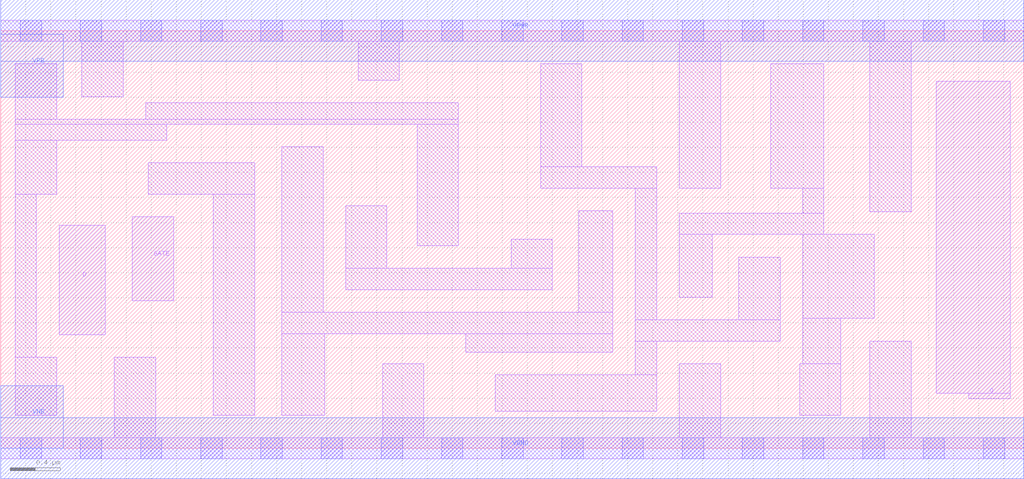
<source format=lef>
# Copyright 2020 The SkyWater PDK Authors
#
# Licensed under the Apache License, Version 2.0 (the "License");
# you may not use this file except in compliance with the License.
# You may obtain a copy of the License at
#
#     https://www.apache.org/licenses/LICENSE-2.0
#
# Unless required by applicable law or agreed to in writing, software
# distributed under the License is distributed on an "AS IS" BASIS,
# WITHOUT WARRANTIES OR CONDITIONS OF ANY KIND, either express or implied.
# See the License for the specific language governing permissions and
# limitations under the License.
#
# SPDX-License-Identifier: Apache-2.0

VERSION 5.5 ;
NAMESCASESENSITIVE ON ;
BUSBITCHARS "[]" ;
DIVIDERCHAR "/" ;
MACRO sky130_fd_sc_lp__dlxtp_lp2
  CLASS CORE ;
  SOURCE USER ;
  ORIGIN  0.000000  0.000000 ;
  SIZE  8.160000 BY  3.330000 ;
  SYMMETRY X Y R90 ;
  SITE unit ;
  PIN D
    ANTENNAGATEAREA  0.376000 ;
    DIRECTION INPUT ;
    USE SIGNAL ;
    PORT
      LAYER li1 ;
        RECT 0.465000 0.905000 0.835000 1.780000 ;
    END
  END D
  PIN Q
    ANTENNADIFFAREA  0.402600 ;
    DIRECTION OUTPUT ;
    USE SIGNAL ;
    PORT
      LAYER li1 ;
        RECT 7.460000 0.440000 8.050000 2.925000 ;
        RECT 7.720000 0.395000 8.050000 0.440000 ;
    END
  END Q
  PIN GATE
    ANTENNAGATEAREA  0.376000 ;
    DIRECTION INPUT ;
    USE CLOCK ;
    PORT
      LAYER li1 ;
        RECT 1.050000 1.175000 1.380000 1.845000 ;
    END
  END GATE
  PIN VGND
    DIRECTION INOUT ;
    USE GROUND ;
    PORT
      LAYER met1 ;
        RECT 0.000000 -0.245000 8.160000 0.245000 ;
    END
  END VGND
  PIN VNB
    DIRECTION INOUT ;
    USE GROUND ;
    PORT
      LAYER met1 ;
        RECT 0.000000 0.000000 0.500000 0.500000 ;
    END
  END VNB
  PIN VPB
    DIRECTION INOUT ;
    USE POWER ;
    PORT
      LAYER met1 ;
        RECT 0.000000 2.800000 0.500000 3.300000 ;
    END
  END VPB
  PIN VPWR
    DIRECTION INOUT ;
    USE POWER ;
    PORT
      LAYER met1 ;
        RECT 0.000000 3.085000 8.160000 3.575000 ;
    END
  END VPWR
  OBS
    LAYER li1 ;
      RECT 0.000000 -0.085000 8.160000 0.085000 ;
      RECT 0.000000  3.245000 8.160000 3.415000 ;
      RECT 0.115000  0.265000 0.445000 0.725000 ;
      RECT 0.115000  0.725000 0.285000 2.025000 ;
      RECT 0.115000  2.025000 0.445000 2.455000 ;
      RECT 0.115000  2.455000 1.325000 2.585000 ;
      RECT 0.115000  2.585000 3.650000 2.625000 ;
      RECT 0.115000  2.625000 0.445000 3.065000 ;
      RECT 0.645000  2.805000 0.975000 3.245000 ;
      RECT 0.905000  0.085000 1.235000 0.725000 ;
      RECT 1.155000  2.625000 3.650000 2.755000 ;
      RECT 1.175000  2.025000 2.025000 2.275000 ;
      RECT 1.695000  0.265000 2.025000 2.025000 ;
      RECT 2.240000  0.265000 2.585000 0.915000 ;
      RECT 2.240000  0.915000 4.880000 1.085000 ;
      RECT 2.240000  1.085000 2.570000 2.405000 ;
      RECT 2.750000  1.265000 4.400000 1.435000 ;
      RECT 2.750000  1.435000 3.080000 1.935000 ;
      RECT 2.850000  2.935000 3.180000 3.245000 ;
      RECT 3.045000  0.085000 3.375000 0.675000 ;
      RECT 3.320000  1.615000 3.650000 2.585000 ;
      RECT 3.710000  0.765000 4.880000 0.915000 ;
      RECT 3.945000  0.295000 5.230000 0.585000 ;
      RECT 4.070000  1.435000 4.400000 1.665000 ;
      RECT 4.305000  2.075000 5.230000 2.245000 ;
      RECT 4.305000  2.245000 4.635000 3.065000 ;
      RECT 4.610000  1.085000 4.880000 1.895000 ;
      RECT 5.060000  0.585000 5.230000 0.855000 ;
      RECT 5.060000  0.855000 6.215000 1.025000 ;
      RECT 5.060000  1.025000 5.230000 2.075000 ;
      RECT 5.410000  0.085000 5.740000 0.675000 ;
      RECT 5.410000  1.205000 5.675000 1.705000 ;
      RECT 5.410000  1.705000 6.565000 1.875000 ;
      RECT 5.410000  2.075000 5.740000 3.245000 ;
      RECT 5.885000  1.025000 6.215000 1.525000 ;
      RECT 6.140000  2.075000 6.565000 3.065000 ;
      RECT 6.370000  0.265000 6.700000 0.675000 ;
      RECT 6.395000  0.675000 6.700000 1.035000 ;
      RECT 6.395000  1.035000 6.965000 1.705000 ;
      RECT 6.395000  1.875000 6.565000 2.075000 ;
      RECT 6.930000  0.085000 7.260000 0.855000 ;
      RECT 6.930000  1.885000 7.260000 3.245000 ;
    LAYER mcon ;
      RECT 0.155000 -0.085000 0.325000 0.085000 ;
      RECT 0.155000  3.245000 0.325000 3.415000 ;
      RECT 0.635000 -0.085000 0.805000 0.085000 ;
      RECT 0.635000  3.245000 0.805000 3.415000 ;
      RECT 1.115000 -0.085000 1.285000 0.085000 ;
      RECT 1.115000  3.245000 1.285000 3.415000 ;
      RECT 1.595000 -0.085000 1.765000 0.085000 ;
      RECT 1.595000  3.245000 1.765000 3.415000 ;
      RECT 2.075000 -0.085000 2.245000 0.085000 ;
      RECT 2.075000  3.245000 2.245000 3.415000 ;
      RECT 2.555000 -0.085000 2.725000 0.085000 ;
      RECT 2.555000  3.245000 2.725000 3.415000 ;
      RECT 3.035000 -0.085000 3.205000 0.085000 ;
      RECT 3.035000  3.245000 3.205000 3.415000 ;
      RECT 3.515000 -0.085000 3.685000 0.085000 ;
      RECT 3.515000  3.245000 3.685000 3.415000 ;
      RECT 3.995000 -0.085000 4.165000 0.085000 ;
      RECT 3.995000  3.245000 4.165000 3.415000 ;
      RECT 4.475000 -0.085000 4.645000 0.085000 ;
      RECT 4.475000  3.245000 4.645000 3.415000 ;
      RECT 4.955000 -0.085000 5.125000 0.085000 ;
      RECT 4.955000  3.245000 5.125000 3.415000 ;
      RECT 5.435000 -0.085000 5.605000 0.085000 ;
      RECT 5.435000  3.245000 5.605000 3.415000 ;
      RECT 5.915000 -0.085000 6.085000 0.085000 ;
      RECT 5.915000  3.245000 6.085000 3.415000 ;
      RECT 6.395000 -0.085000 6.565000 0.085000 ;
      RECT 6.395000  3.245000 6.565000 3.415000 ;
      RECT 6.875000 -0.085000 7.045000 0.085000 ;
      RECT 6.875000  3.245000 7.045000 3.415000 ;
      RECT 7.355000 -0.085000 7.525000 0.085000 ;
      RECT 7.355000  3.245000 7.525000 3.415000 ;
      RECT 7.835000 -0.085000 8.005000 0.085000 ;
      RECT 7.835000  3.245000 8.005000 3.415000 ;
  END
END sky130_fd_sc_lp__dlxtp_lp2

</source>
